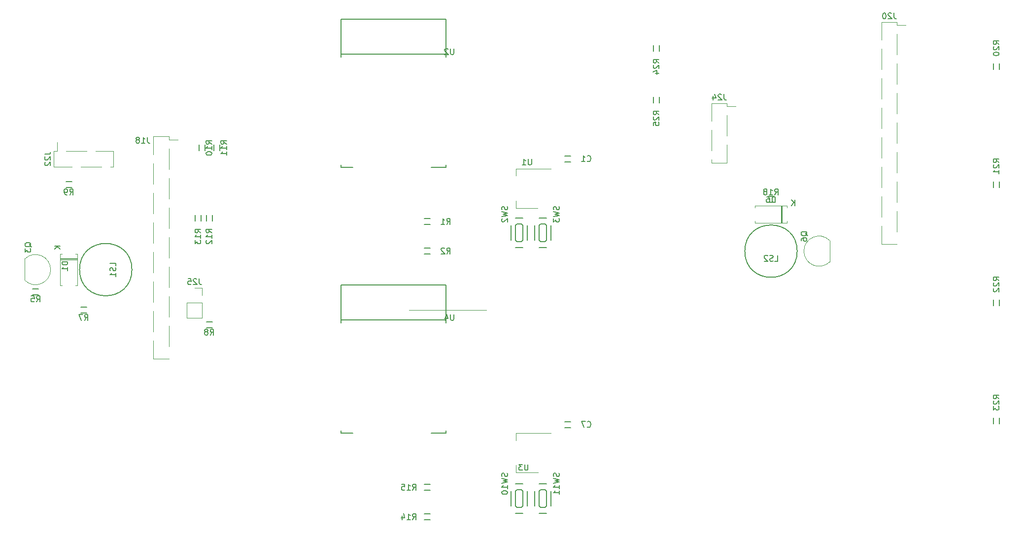
<source format=gbo>
G04 #@! TF.GenerationSoftware,KiCad,Pcbnew,(5.1.5)-3*
G04 #@! TF.CreationDate,2020-09-04T01:55:59+09:00*
G04 #@! TF.ProjectId,futureKeyboard,66757475-7265-44b6-9579-626f6172642e,rev?*
G04 #@! TF.SameCoordinates,Original*
G04 #@! TF.FileFunction,Legend,Bot*
G04 #@! TF.FilePolarity,Positive*
%FSLAX46Y46*%
G04 Gerber Fmt 4.6, Leading zero omitted, Abs format (unit mm)*
G04 Created by KiCad (PCBNEW (5.1.5)-3) date 2020-09-04 01:55:59*
%MOMM*%
%LPD*%
G04 APERTURE LIST*
%ADD10C,0.120000*%
%ADD11C,0.150000*%
G04 APERTURE END LIST*
D10*
X88900000Y-76835000D02*
X102235000Y-76835000D01*
D11*
X115697000Y-51308000D02*
X116713000Y-51308000D01*
X116713000Y-50292000D02*
X115697000Y-50292000D01*
X116713000Y-96012000D02*
X115697000Y-96012000D01*
X115697000Y-97028000D02*
X116713000Y-97028000D01*
D10*
X29010000Y-67910000D02*
X31950000Y-67910000D01*
X29010000Y-68150000D02*
X31950000Y-68150000D01*
X29010000Y-68030000D02*
X31950000Y-68030000D01*
X31950000Y-72570000D02*
X31620000Y-72570000D01*
X31950000Y-67130000D02*
X31950000Y-72570000D01*
X31620000Y-67130000D02*
X31950000Y-67130000D01*
X29010000Y-72570000D02*
X29340000Y-72570000D01*
X29010000Y-67130000D02*
X29010000Y-72570000D01*
X29340000Y-67130000D02*
X29010000Y-67130000D01*
X153850000Y-59185000D02*
X153850000Y-58855000D01*
X153850000Y-58855000D02*
X148410000Y-58855000D01*
X148410000Y-58855000D02*
X148410000Y-59185000D01*
X153850000Y-61465000D02*
X153850000Y-61795000D01*
X153850000Y-61795000D02*
X148410000Y-61795000D01*
X148410000Y-61795000D02*
X148410000Y-61465000D01*
X152950000Y-58855000D02*
X152950000Y-61795000D01*
X152830000Y-58855000D02*
X152830000Y-61795000D01*
X153070000Y-58855000D02*
X153070000Y-61795000D01*
D11*
X41330000Y-69850000D02*
G75*
G03X41330000Y-69850000I-4500000J0D01*
G01*
X155630000Y-66675000D02*
G75*
G03X155630000Y-66675000I-4500000J0D01*
G01*
D10*
X22926522Y-68011522D02*
G75*
G02X27365000Y-69850000I1838478J-1838478D01*
G01*
X22926522Y-71688478D02*
G75*
G03X27365000Y-69850000I1838478J1838478D01*
G01*
X22915000Y-71650000D02*
X22915000Y-68050000D01*
X161235000Y-64875000D02*
X161235000Y-68475000D01*
X161223478Y-64836522D02*
G75*
G03X156785000Y-66675000I-1838478J-1838478D01*
G01*
X161223478Y-68513478D02*
G75*
G02X156785000Y-66675000I-1838478J1838478D01*
G01*
D11*
X91567000Y-62103000D02*
X92583000Y-62103000D01*
X92583000Y-61087000D02*
X91567000Y-61087000D01*
X92583000Y-66167000D02*
X91567000Y-66167000D01*
X91567000Y-67183000D02*
X92583000Y-67183000D01*
X24257000Y-74168000D02*
X25273000Y-74168000D01*
X25273000Y-73152000D02*
X24257000Y-73152000D01*
X33528000Y-76327000D02*
X32512000Y-76327000D01*
X32512000Y-77343000D02*
X33528000Y-77343000D01*
X54102000Y-79883000D02*
X55118000Y-79883000D01*
X55118000Y-78867000D02*
X54102000Y-78867000D01*
X30988000Y-54737000D02*
X29972000Y-54737000D01*
X29972000Y-55753000D02*
X30988000Y-55753000D01*
X53848000Y-49403000D02*
X53848000Y-48387000D01*
X52832000Y-48387000D02*
X52832000Y-49403000D01*
X55372000Y-48387000D02*
X55372000Y-49403000D01*
X56388000Y-49403000D02*
X56388000Y-48387000D01*
X54102000Y-60452000D02*
X54102000Y-61468000D01*
X55118000Y-61468000D02*
X55118000Y-60452000D01*
X91567000Y-112903000D02*
X92583000Y-112903000D01*
X92583000Y-111887000D02*
X91567000Y-111887000D01*
X91567000Y-107823000D02*
X92583000Y-107823000D01*
X92583000Y-106807000D02*
X91567000Y-106807000D01*
X150622000Y-58293000D02*
X151638000Y-58293000D01*
X151638000Y-57277000D02*
X150622000Y-57277000D01*
X189357000Y-34417000D02*
X189357000Y-35433000D01*
X190373000Y-35433000D02*
X190373000Y-34417000D01*
X190373000Y-55753000D02*
X190373000Y-54737000D01*
X189357000Y-54737000D02*
X189357000Y-55753000D01*
X189357000Y-75057000D02*
X189357000Y-76073000D01*
X190373000Y-76073000D02*
X190373000Y-75057000D01*
X190373000Y-96393000D02*
X190373000Y-95377000D01*
X189357000Y-95377000D02*
X189357000Y-96393000D01*
X130937000Y-31242000D02*
X130937000Y-32258000D01*
X131953000Y-32258000D02*
X131953000Y-31242000D01*
X131953000Y-41148000D02*
X131953000Y-40132000D01*
X130937000Y-40132000D02*
X130937000Y-41148000D01*
X108458000Y-66040000D02*
X107188000Y-66040000D01*
X106426000Y-64770000D02*
X106426000Y-62230000D01*
X109220000Y-62230000D02*
X109220000Y-64770000D01*
X108458000Y-60960000D02*
X107188000Y-60960000D01*
X108204000Y-65024000D02*
X107442000Y-65024000D01*
X107442000Y-65024000D02*
X107188000Y-64770000D01*
X107188000Y-64770000D02*
X107188000Y-62230000D01*
X107188000Y-62230000D02*
X107442000Y-61976000D01*
X107442000Y-61976000D02*
X108204000Y-61976000D01*
X108204000Y-61976000D02*
X108458000Y-62230000D01*
X108458000Y-62230000D02*
X108458000Y-64770000D01*
X108458000Y-64770000D02*
X108204000Y-65024000D01*
X111252000Y-60960000D02*
X112522000Y-60960000D01*
X113284000Y-62230000D02*
X113284000Y-64770000D01*
X110490000Y-64770000D02*
X110490000Y-62230000D01*
X111252000Y-66040000D02*
X112522000Y-66040000D01*
X111506000Y-61976000D02*
X112268000Y-61976000D01*
X112268000Y-61976000D02*
X112522000Y-62230000D01*
X112522000Y-62230000D02*
X112522000Y-64770000D01*
X112522000Y-64770000D02*
X112268000Y-65024000D01*
X112268000Y-65024000D02*
X111506000Y-65024000D01*
X111506000Y-65024000D02*
X111252000Y-64770000D01*
X111252000Y-64770000D02*
X111252000Y-62230000D01*
X111252000Y-62230000D02*
X111506000Y-61976000D01*
X108458000Y-110490000D02*
X108204000Y-110744000D01*
X108458000Y-107950000D02*
X108458000Y-110490000D01*
X108204000Y-107696000D02*
X108458000Y-107950000D01*
X107442000Y-107696000D02*
X108204000Y-107696000D01*
X107188000Y-107950000D02*
X107442000Y-107696000D01*
X107188000Y-110490000D02*
X107188000Y-107950000D01*
X107442000Y-110744000D02*
X107188000Y-110490000D01*
X108204000Y-110744000D02*
X107442000Y-110744000D01*
X108458000Y-106680000D02*
X107188000Y-106680000D01*
X109220000Y-107950000D02*
X109220000Y-110490000D01*
X106426000Y-110490000D02*
X106426000Y-107950000D01*
X108458000Y-111760000D02*
X107188000Y-111760000D01*
X111252000Y-106680000D02*
X112522000Y-106680000D01*
X113284000Y-107950000D02*
X113284000Y-110490000D01*
X110490000Y-110490000D02*
X110490000Y-107950000D01*
X111252000Y-111760000D02*
X112522000Y-111760000D01*
X111506000Y-107696000D02*
X112268000Y-107696000D01*
X112268000Y-107696000D02*
X112522000Y-107950000D01*
X112522000Y-107950000D02*
X112522000Y-110490000D01*
X112522000Y-110490000D02*
X112268000Y-110744000D01*
X112268000Y-110744000D02*
X111506000Y-110744000D01*
X111506000Y-110744000D02*
X111252000Y-110490000D01*
X111252000Y-110490000D02*
X111252000Y-107950000D01*
X111252000Y-107950000D02*
X111506000Y-107696000D01*
X95250000Y-32790000D02*
X95250000Y-26790000D01*
X95250000Y-26790000D02*
X77250000Y-26790000D01*
X77250000Y-26790000D02*
X77250000Y-32790000D01*
X77250000Y-33290000D02*
X77250000Y-32790000D01*
X77250000Y-32790000D02*
X95250000Y-32790000D01*
X95250000Y-32790000D02*
X95250000Y-33290000D01*
X79250000Y-52290000D02*
X77250000Y-52290000D01*
X77250000Y-52290000D02*
X77250000Y-51790000D01*
X92750000Y-52290000D02*
X95250000Y-52290000D01*
X95250000Y-52290000D02*
X95250000Y-51790000D01*
D10*
X107335000Y-104770000D02*
X107335000Y-103510000D01*
X107335000Y-97950000D02*
X107335000Y-99210000D01*
X111095000Y-104770000D02*
X107335000Y-104770000D01*
X113345000Y-97950000D02*
X107335000Y-97950000D01*
D11*
X95250000Y-98010000D02*
X95250000Y-97510000D01*
X92750000Y-98010000D02*
X95250000Y-98010000D01*
X77250000Y-98010000D02*
X77250000Y-97510000D01*
X79250000Y-98010000D02*
X77250000Y-98010000D01*
X95250000Y-78510000D02*
X95250000Y-79010000D01*
X77250000Y-78510000D02*
X95250000Y-78510000D01*
X77250000Y-79010000D02*
X77250000Y-78510000D01*
X77250000Y-72510000D02*
X77250000Y-78510000D01*
X95250000Y-72510000D02*
X77250000Y-72510000D01*
X95250000Y-78510000D02*
X95250000Y-72510000D01*
X52197000Y-60452000D02*
X52197000Y-61468000D01*
X53213000Y-61468000D02*
X53213000Y-60452000D01*
D10*
X172780000Y-59815000D02*
X172780000Y-63375000D01*
X172780000Y-54735000D02*
X172780000Y-58295000D01*
X172780000Y-49655000D02*
X172780000Y-53215000D01*
X172780000Y-44575000D02*
X172780000Y-48135000D01*
X172780000Y-39495000D02*
X172780000Y-43055000D01*
X172780000Y-34415000D02*
X172780000Y-37975000D01*
X172780000Y-29335000D02*
X172780000Y-32895000D01*
X170120000Y-62355000D02*
X170120000Y-65465000D01*
X170120000Y-57275000D02*
X170120000Y-60835000D01*
X170120000Y-52195000D02*
X170120000Y-55755000D01*
X170120000Y-47115000D02*
X170120000Y-50675000D01*
X170120000Y-42035000D02*
X170120000Y-45595000D01*
X170120000Y-36955000D02*
X170120000Y-40515000D01*
X170120000Y-31875000D02*
X170120000Y-35435000D01*
X170120000Y-64895000D02*
X170120000Y-65465000D01*
X172780000Y-27245000D02*
X172780000Y-27815000D01*
X172780000Y-27815000D02*
X174300000Y-27815000D01*
X170120000Y-27245000D02*
X170120000Y-30355000D01*
X172780000Y-65465000D02*
X170120000Y-65465000D01*
X172780000Y-27245000D02*
X170120000Y-27245000D01*
X35050000Y-49470000D02*
X38160000Y-49470000D01*
X29970000Y-49470000D02*
X33530000Y-49470000D01*
X32510000Y-52130000D02*
X36070000Y-52130000D01*
X37590000Y-52130000D02*
X38160000Y-52130000D01*
X27880000Y-49470000D02*
X28450000Y-49470000D01*
X28450000Y-49470000D02*
X28450000Y-47950000D01*
X27880000Y-52130000D02*
X30990000Y-52130000D01*
X38160000Y-49470000D02*
X38160000Y-52130000D01*
X27880000Y-49470000D02*
X27880000Y-52130000D01*
X143570000Y-48385000D02*
X143570000Y-51495000D01*
X143570000Y-43305000D02*
X143570000Y-46865000D01*
X140910000Y-45845000D02*
X140910000Y-49405000D01*
X140910000Y-50925000D02*
X140910000Y-51495000D01*
X143570000Y-41215000D02*
X143570000Y-41785000D01*
X143570000Y-41785000D02*
X145090000Y-41785000D01*
X140910000Y-41215000D02*
X140910000Y-44325000D01*
X143570000Y-51495000D02*
X140910000Y-51495000D01*
X143570000Y-41215000D02*
X140910000Y-41215000D01*
X47685000Y-46930000D02*
X45025000Y-46930000D01*
X47685000Y-85150000D02*
X45025000Y-85150000D01*
X45025000Y-46930000D02*
X45025000Y-50040000D01*
X47685000Y-47500000D02*
X49205000Y-47500000D01*
X47685000Y-46930000D02*
X47685000Y-47500000D01*
X45025000Y-84580000D02*
X45025000Y-85150000D01*
X45025000Y-51560000D02*
X45025000Y-55120000D01*
X45025000Y-56640000D02*
X45025000Y-60200000D01*
X45025000Y-61720000D02*
X45025000Y-65280000D01*
X45025000Y-66800000D02*
X45025000Y-70360000D01*
X45025000Y-71880000D02*
X45025000Y-75440000D01*
X45025000Y-76960000D02*
X45025000Y-80520000D01*
X45025000Y-82040000D02*
X45025000Y-85150000D01*
X47685000Y-49020000D02*
X47685000Y-52580000D01*
X47685000Y-54100000D02*
X47685000Y-57660000D01*
X47685000Y-59180000D02*
X47685000Y-62740000D01*
X47685000Y-64260000D02*
X47685000Y-67820000D01*
X47685000Y-69340000D02*
X47685000Y-72900000D01*
X47685000Y-74420000D02*
X47685000Y-77980000D01*
X47685000Y-79500000D02*
X47685000Y-83060000D01*
X53400000Y-72965000D02*
X52070000Y-72965000D01*
X53400000Y-74295000D02*
X53400000Y-72965000D01*
X53400000Y-75565000D02*
X50740000Y-75565000D01*
X50740000Y-75565000D02*
X50740000Y-78165000D01*
X53400000Y-75565000D02*
X53400000Y-78165000D01*
X53400000Y-78165000D02*
X50740000Y-78165000D01*
X107310000Y-59290000D02*
X107310000Y-58030000D01*
X107310000Y-52470000D02*
X107310000Y-53730000D01*
X111070000Y-59290000D02*
X107310000Y-59290000D01*
X113320000Y-52470000D02*
X107310000Y-52470000D01*
D11*
X119546666Y-51157142D02*
X119594285Y-51204761D01*
X119737142Y-51252380D01*
X119832380Y-51252380D01*
X119975238Y-51204761D01*
X120070476Y-51109523D01*
X120118095Y-51014285D01*
X120165714Y-50823809D01*
X120165714Y-50680952D01*
X120118095Y-50490476D01*
X120070476Y-50395238D01*
X119975238Y-50300000D01*
X119832380Y-50252380D01*
X119737142Y-50252380D01*
X119594285Y-50300000D01*
X119546666Y-50347619D01*
X118594285Y-51252380D02*
X119165714Y-51252380D01*
X118880000Y-51252380D02*
X118880000Y-50252380D01*
X118975238Y-50395238D01*
X119070476Y-50490476D01*
X119165714Y-50538095D01*
X119546666Y-96877142D02*
X119594285Y-96924761D01*
X119737142Y-96972380D01*
X119832380Y-96972380D01*
X119975238Y-96924761D01*
X120070476Y-96829523D01*
X120118095Y-96734285D01*
X120165714Y-96543809D01*
X120165714Y-96400952D01*
X120118095Y-96210476D01*
X120070476Y-96115238D01*
X119975238Y-96020000D01*
X119832380Y-95972380D01*
X119737142Y-95972380D01*
X119594285Y-96020000D01*
X119546666Y-96067619D01*
X119213333Y-95972380D02*
X118546666Y-95972380D01*
X118975238Y-96972380D01*
X30297380Y-68476904D02*
X29297380Y-68476904D01*
X29297380Y-68715000D01*
X29345000Y-68857857D01*
X29440238Y-68953095D01*
X29535476Y-69000714D01*
X29725952Y-69048333D01*
X29868809Y-69048333D01*
X30059285Y-69000714D01*
X30154523Y-68953095D01*
X30249761Y-68857857D01*
X30297380Y-68715000D01*
X30297380Y-68476904D01*
X30297380Y-70000714D02*
X30297380Y-69429285D01*
X30297380Y-69715000D02*
X29297380Y-69715000D01*
X29440238Y-69619761D01*
X29535476Y-69524523D01*
X29583095Y-69429285D01*
X29032380Y-65778095D02*
X28032380Y-65778095D01*
X29032380Y-66349523D02*
X28460952Y-65920952D01*
X28032380Y-66349523D02*
X28603809Y-65778095D01*
X151868095Y-58307380D02*
X151868095Y-57307380D01*
X151630000Y-57307380D01*
X151487142Y-57355000D01*
X151391904Y-57450238D01*
X151344285Y-57545476D01*
X151296666Y-57735952D01*
X151296666Y-57878809D01*
X151344285Y-58069285D01*
X151391904Y-58164523D01*
X151487142Y-58259761D01*
X151630000Y-58307380D01*
X151868095Y-58307380D01*
X150439523Y-57307380D02*
X150630000Y-57307380D01*
X150725238Y-57355000D01*
X150772857Y-57402619D01*
X150868095Y-57545476D01*
X150915714Y-57735952D01*
X150915714Y-58116904D01*
X150868095Y-58212142D01*
X150820476Y-58259761D01*
X150725238Y-58307380D01*
X150534761Y-58307380D01*
X150439523Y-58259761D01*
X150391904Y-58212142D01*
X150344285Y-58116904D01*
X150344285Y-57878809D01*
X150391904Y-57783571D01*
X150439523Y-57735952D01*
X150534761Y-57688333D01*
X150725238Y-57688333D01*
X150820476Y-57735952D01*
X150868095Y-57783571D01*
X150915714Y-57878809D01*
X155201904Y-58877380D02*
X155201904Y-57877380D01*
X154630476Y-58877380D02*
X155059047Y-58305952D01*
X154630476Y-57877380D02*
X155201904Y-58448809D01*
X38552380Y-69207142D02*
X38552380Y-68730952D01*
X37552380Y-68730952D01*
X38504761Y-69492857D02*
X38552380Y-69635714D01*
X38552380Y-69873809D01*
X38504761Y-69969047D01*
X38457142Y-70016666D01*
X38361904Y-70064285D01*
X38266666Y-70064285D01*
X38171428Y-70016666D01*
X38123809Y-69969047D01*
X38076190Y-69873809D01*
X38028571Y-69683333D01*
X37980952Y-69588095D01*
X37933333Y-69540476D01*
X37838095Y-69492857D01*
X37742857Y-69492857D01*
X37647619Y-69540476D01*
X37600000Y-69588095D01*
X37552380Y-69683333D01*
X37552380Y-69921428D01*
X37600000Y-70064285D01*
X38552380Y-71016666D02*
X38552380Y-70445238D01*
X38552380Y-70730952D02*
X37552380Y-70730952D01*
X37695238Y-70635714D01*
X37790476Y-70540476D01*
X37838095Y-70445238D01*
X151772857Y-68397380D02*
X152249047Y-68397380D01*
X152249047Y-67397380D01*
X151487142Y-68349761D02*
X151344285Y-68397380D01*
X151106190Y-68397380D01*
X151010952Y-68349761D01*
X150963333Y-68302142D01*
X150915714Y-68206904D01*
X150915714Y-68111666D01*
X150963333Y-68016428D01*
X151010952Y-67968809D01*
X151106190Y-67921190D01*
X151296666Y-67873571D01*
X151391904Y-67825952D01*
X151439523Y-67778333D01*
X151487142Y-67683095D01*
X151487142Y-67587857D01*
X151439523Y-67492619D01*
X151391904Y-67445000D01*
X151296666Y-67397380D01*
X151058571Y-67397380D01*
X150915714Y-67445000D01*
X150534761Y-67492619D02*
X150487142Y-67445000D01*
X150391904Y-67397380D01*
X150153809Y-67397380D01*
X150058571Y-67445000D01*
X150010952Y-67492619D01*
X149963333Y-67587857D01*
X149963333Y-67683095D01*
X150010952Y-67825952D01*
X150582380Y-68397380D01*
X149963333Y-68397380D01*
X24042619Y-65944761D02*
X23995000Y-65849523D01*
X23899761Y-65754285D01*
X23756904Y-65611428D01*
X23709285Y-65516190D01*
X23709285Y-65420952D01*
X23947380Y-65468571D02*
X23899761Y-65373333D01*
X23804523Y-65278095D01*
X23614047Y-65230476D01*
X23280714Y-65230476D01*
X23090238Y-65278095D01*
X22995000Y-65373333D01*
X22947380Y-65468571D01*
X22947380Y-65659047D01*
X22995000Y-65754285D01*
X23090238Y-65849523D01*
X23280714Y-65897142D01*
X23614047Y-65897142D01*
X23804523Y-65849523D01*
X23899761Y-65754285D01*
X23947380Y-65659047D01*
X23947380Y-65468571D01*
X22947380Y-66230476D02*
X22947380Y-66849523D01*
X23328333Y-66516190D01*
X23328333Y-66659047D01*
X23375952Y-66754285D01*
X23423571Y-66801904D01*
X23518809Y-66849523D01*
X23756904Y-66849523D01*
X23852142Y-66801904D01*
X23899761Y-66754285D01*
X23947380Y-66659047D01*
X23947380Y-66373333D01*
X23899761Y-66278095D01*
X23852142Y-66230476D01*
X157392619Y-64039761D02*
X157345000Y-63944523D01*
X157249761Y-63849285D01*
X157106904Y-63706428D01*
X157059285Y-63611190D01*
X157059285Y-63515952D01*
X157297380Y-63563571D02*
X157249761Y-63468333D01*
X157154523Y-63373095D01*
X156964047Y-63325476D01*
X156630714Y-63325476D01*
X156440238Y-63373095D01*
X156345000Y-63468333D01*
X156297380Y-63563571D01*
X156297380Y-63754047D01*
X156345000Y-63849285D01*
X156440238Y-63944523D01*
X156630714Y-63992142D01*
X156964047Y-63992142D01*
X157154523Y-63944523D01*
X157249761Y-63849285D01*
X157297380Y-63754047D01*
X157297380Y-63563571D01*
X156297380Y-64849285D02*
X156297380Y-64658809D01*
X156345000Y-64563571D01*
X156392619Y-64515952D01*
X156535476Y-64420714D01*
X156725952Y-64373095D01*
X157106904Y-64373095D01*
X157202142Y-64420714D01*
X157249761Y-64468333D01*
X157297380Y-64563571D01*
X157297380Y-64754047D01*
X157249761Y-64849285D01*
X157202142Y-64896904D01*
X157106904Y-64944523D01*
X156868809Y-64944523D01*
X156773571Y-64896904D01*
X156725952Y-64849285D01*
X156678333Y-64754047D01*
X156678333Y-64563571D01*
X156725952Y-64468333D01*
X156773571Y-64420714D01*
X156868809Y-64373095D01*
X95416666Y-62047380D02*
X95750000Y-61571190D01*
X95988095Y-62047380D02*
X95988095Y-61047380D01*
X95607142Y-61047380D01*
X95511904Y-61095000D01*
X95464285Y-61142619D01*
X95416666Y-61237857D01*
X95416666Y-61380714D01*
X95464285Y-61475952D01*
X95511904Y-61523571D01*
X95607142Y-61571190D01*
X95988095Y-61571190D01*
X94464285Y-62047380D02*
X95035714Y-62047380D01*
X94750000Y-62047380D02*
X94750000Y-61047380D01*
X94845238Y-61190238D01*
X94940476Y-61285476D01*
X95035714Y-61333095D01*
X95416666Y-67127380D02*
X95750000Y-66651190D01*
X95988095Y-67127380D02*
X95988095Y-66127380D01*
X95607142Y-66127380D01*
X95511904Y-66175000D01*
X95464285Y-66222619D01*
X95416666Y-66317857D01*
X95416666Y-66460714D01*
X95464285Y-66555952D01*
X95511904Y-66603571D01*
X95607142Y-66651190D01*
X95988095Y-66651190D01*
X95035714Y-66222619D02*
X94988095Y-66175000D01*
X94892857Y-66127380D01*
X94654761Y-66127380D01*
X94559523Y-66175000D01*
X94511904Y-66222619D01*
X94464285Y-66317857D01*
X94464285Y-66413095D01*
X94511904Y-66555952D01*
X95083333Y-67127380D01*
X94464285Y-67127380D01*
X24931666Y-75382380D02*
X25265000Y-74906190D01*
X25503095Y-75382380D02*
X25503095Y-74382380D01*
X25122142Y-74382380D01*
X25026904Y-74430000D01*
X24979285Y-74477619D01*
X24931666Y-74572857D01*
X24931666Y-74715714D01*
X24979285Y-74810952D01*
X25026904Y-74858571D01*
X25122142Y-74906190D01*
X25503095Y-74906190D01*
X24026904Y-74382380D02*
X24503095Y-74382380D01*
X24550714Y-74858571D01*
X24503095Y-74810952D01*
X24407857Y-74763333D01*
X24169761Y-74763333D01*
X24074523Y-74810952D01*
X24026904Y-74858571D01*
X23979285Y-74953809D01*
X23979285Y-75191904D01*
X24026904Y-75287142D01*
X24074523Y-75334761D01*
X24169761Y-75382380D01*
X24407857Y-75382380D01*
X24503095Y-75334761D01*
X24550714Y-75287142D01*
X33186666Y-78557380D02*
X33520000Y-78081190D01*
X33758095Y-78557380D02*
X33758095Y-77557380D01*
X33377142Y-77557380D01*
X33281904Y-77605000D01*
X33234285Y-77652619D01*
X33186666Y-77747857D01*
X33186666Y-77890714D01*
X33234285Y-77985952D01*
X33281904Y-78033571D01*
X33377142Y-78081190D01*
X33758095Y-78081190D01*
X32853333Y-77557380D02*
X32186666Y-77557380D01*
X32615238Y-78557380D01*
X54776666Y-81097380D02*
X55110000Y-80621190D01*
X55348095Y-81097380D02*
X55348095Y-80097380D01*
X54967142Y-80097380D01*
X54871904Y-80145000D01*
X54824285Y-80192619D01*
X54776666Y-80287857D01*
X54776666Y-80430714D01*
X54824285Y-80525952D01*
X54871904Y-80573571D01*
X54967142Y-80621190D01*
X55348095Y-80621190D01*
X54205238Y-80525952D02*
X54300476Y-80478333D01*
X54348095Y-80430714D01*
X54395714Y-80335476D01*
X54395714Y-80287857D01*
X54348095Y-80192619D01*
X54300476Y-80145000D01*
X54205238Y-80097380D01*
X54014761Y-80097380D01*
X53919523Y-80145000D01*
X53871904Y-80192619D01*
X53824285Y-80287857D01*
X53824285Y-80335476D01*
X53871904Y-80430714D01*
X53919523Y-80478333D01*
X54014761Y-80525952D01*
X54205238Y-80525952D01*
X54300476Y-80573571D01*
X54348095Y-80621190D01*
X54395714Y-80716428D01*
X54395714Y-80906904D01*
X54348095Y-81002142D01*
X54300476Y-81049761D01*
X54205238Y-81097380D01*
X54014761Y-81097380D01*
X53919523Y-81049761D01*
X53871904Y-81002142D01*
X53824285Y-80906904D01*
X53824285Y-80716428D01*
X53871904Y-80621190D01*
X53919523Y-80573571D01*
X54014761Y-80525952D01*
X30646666Y-56967380D02*
X30980000Y-56491190D01*
X31218095Y-56967380D02*
X31218095Y-55967380D01*
X30837142Y-55967380D01*
X30741904Y-56015000D01*
X30694285Y-56062619D01*
X30646666Y-56157857D01*
X30646666Y-56300714D01*
X30694285Y-56395952D01*
X30741904Y-56443571D01*
X30837142Y-56491190D01*
X31218095Y-56491190D01*
X30170476Y-56967380D02*
X29980000Y-56967380D01*
X29884761Y-56919761D01*
X29837142Y-56872142D01*
X29741904Y-56729285D01*
X29694285Y-56538809D01*
X29694285Y-56157857D01*
X29741904Y-56062619D01*
X29789523Y-56015000D01*
X29884761Y-55967380D01*
X30075238Y-55967380D01*
X30170476Y-56015000D01*
X30218095Y-56062619D01*
X30265714Y-56157857D01*
X30265714Y-56395952D01*
X30218095Y-56491190D01*
X30170476Y-56538809D01*
X30075238Y-56586428D01*
X29884761Y-56586428D01*
X29789523Y-56538809D01*
X29741904Y-56491190D01*
X29694285Y-56395952D01*
X55062380Y-48252142D02*
X54586190Y-47918809D01*
X55062380Y-47680714D02*
X54062380Y-47680714D01*
X54062380Y-48061666D01*
X54110000Y-48156904D01*
X54157619Y-48204523D01*
X54252857Y-48252142D01*
X54395714Y-48252142D01*
X54490952Y-48204523D01*
X54538571Y-48156904D01*
X54586190Y-48061666D01*
X54586190Y-47680714D01*
X55062380Y-49204523D02*
X55062380Y-48633095D01*
X55062380Y-48918809D02*
X54062380Y-48918809D01*
X54205238Y-48823571D01*
X54300476Y-48728333D01*
X54348095Y-48633095D01*
X54062380Y-49823571D02*
X54062380Y-49918809D01*
X54110000Y-50014047D01*
X54157619Y-50061666D01*
X54252857Y-50109285D01*
X54443333Y-50156904D01*
X54681428Y-50156904D01*
X54871904Y-50109285D01*
X54967142Y-50061666D01*
X55014761Y-50014047D01*
X55062380Y-49918809D01*
X55062380Y-49823571D01*
X55014761Y-49728333D01*
X54967142Y-49680714D01*
X54871904Y-49633095D01*
X54681428Y-49585476D01*
X54443333Y-49585476D01*
X54252857Y-49633095D01*
X54157619Y-49680714D01*
X54110000Y-49728333D01*
X54062380Y-49823571D01*
X57602380Y-48252142D02*
X57126190Y-47918809D01*
X57602380Y-47680714D02*
X56602380Y-47680714D01*
X56602380Y-48061666D01*
X56650000Y-48156904D01*
X56697619Y-48204523D01*
X56792857Y-48252142D01*
X56935714Y-48252142D01*
X57030952Y-48204523D01*
X57078571Y-48156904D01*
X57126190Y-48061666D01*
X57126190Y-47680714D01*
X57602380Y-49204523D02*
X57602380Y-48633095D01*
X57602380Y-48918809D02*
X56602380Y-48918809D01*
X56745238Y-48823571D01*
X56840476Y-48728333D01*
X56888095Y-48633095D01*
X57602380Y-50156904D02*
X57602380Y-49585476D01*
X57602380Y-49871190D02*
X56602380Y-49871190D01*
X56745238Y-49775952D01*
X56840476Y-49680714D01*
X56888095Y-49585476D01*
X55062380Y-63492142D02*
X54586190Y-63158809D01*
X55062380Y-62920714D02*
X54062380Y-62920714D01*
X54062380Y-63301666D01*
X54110000Y-63396904D01*
X54157619Y-63444523D01*
X54252857Y-63492142D01*
X54395714Y-63492142D01*
X54490952Y-63444523D01*
X54538571Y-63396904D01*
X54586190Y-63301666D01*
X54586190Y-62920714D01*
X55062380Y-64444523D02*
X55062380Y-63873095D01*
X55062380Y-64158809D02*
X54062380Y-64158809D01*
X54205238Y-64063571D01*
X54300476Y-63968333D01*
X54348095Y-63873095D01*
X54157619Y-64825476D02*
X54110000Y-64873095D01*
X54062380Y-64968333D01*
X54062380Y-65206428D01*
X54110000Y-65301666D01*
X54157619Y-65349285D01*
X54252857Y-65396904D01*
X54348095Y-65396904D01*
X54490952Y-65349285D01*
X55062380Y-64777857D01*
X55062380Y-65396904D01*
X89542857Y-112847380D02*
X89876190Y-112371190D01*
X90114285Y-112847380D02*
X90114285Y-111847380D01*
X89733333Y-111847380D01*
X89638095Y-111895000D01*
X89590476Y-111942619D01*
X89542857Y-112037857D01*
X89542857Y-112180714D01*
X89590476Y-112275952D01*
X89638095Y-112323571D01*
X89733333Y-112371190D01*
X90114285Y-112371190D01*
X88590476Y-112847380D02*
X89161904Y-112847380D01*
X88876190Y-112847380D02*
X88876190Y-111847380D01*
X88971428Y-111990238D01*
X89066666Y-112085476D01*
X89161904Y-112133095D01*
X87733333Y-112180714D02*
X87733333Y-112847380D01*
X87971428Y-111799761D02*
X88209523Y-112514047D01*
X87590476Y-112514047D01*
X89542857Y-107767380D02*
X89876190Y-107291190D01*
X90114285Y-107767380D02*
X90114285Y-106767380D01*
X89733333Y-106767380D01*
X89638095Y-106815000D01*
X89590476Y-106862619D01*
X89542857Y-106957857D01*
X89542857Y-107100714D01*
X89590476Y-107195952D01*
X89638095Y-107243571D01*
X89733333Y-107291190D01*
X90114285Y-107291190D01*
X88590476Y-107767380D02*
X89161904Y-107767380D01*
X88876190Y-107767380D02*
X88876190Y-106767380D01*
X88971428Y-106910238D01*
X89066666Y-107005476D01*
X89161904Y-107053095D01*
X87685714Y-106767380D02*
X88161904Y-106767380D01*
X88209523Y-107243571D01*
X88161904Y-107195952D01*
X88066666Y-107148333D01*
X87828571Y-107148333D01*
X87733333Y-107195952D01*
X87685714Y-107243571D01*
X87638095Y-107338809D01*
X87638095Y-107576904D01*
X87685714Y-107672142D01*
X87733333Y-107719761D01*
X87828571Y-107767380D01*
X88066666Y-107767380D01*
X88161904Y-107719761D01*
X88209523Y-107672142D01*
X151772857Y-56967380D02*
X152106190Y-56491190D01*
X152344285Y-56967380D02*
X152344285Y-55967380D01*
X151963333Y-55967380D01*
X151868095Y-56015000D01*
X151820476Y-56062619D01*
X151772857Y-56157857D01*
X151772857Y-56300714D01*
X151820476Y-56395952D01*
X151868095Y-56443571D01*
X151963333Y-56491190D01*
X152344285Y-56491190D01*
X150820476Y-56967380D02*
X151391904Y-56967380D01*
X151106190Y-56967380D02*
X151106190Y-55967380D01*
X151201428Y-56110238D01*
X151296666Y-56205476D01*
X151391904Y-56253095D01*
X150249047Y-56395952D02*
X150344285Y-56348333D01*
X150391904Y-56300714D01*
X150439523Y-56205476D01*
X150439523Y-56157857D01*
X150391904Y-56062619D01*
X150344285Y-56015000D01*
X150249047Y-55967380D01*
X150058571Y-55967380D01*
X149963333Y-56015000D01*
X149915714Y-56062619D01*
X149868095Y-56157857D01*
X149868095Y-56205476D01*
X149915714Y-56300714D01*
X149963333Y-56348333D01*
X150058571Y-56395952D01*
X150249047Y-56395952D01*
X150344285Y-56443571D01*
X150391904Y-56491190D01*
X150439523Y-56586428D01*
X150439523Y-56776904D01*
X150391904Y-56872142D01*
X150344285Y-56919761D01*
X150249047Y-56967380D01*
X150058571Y-56967380D01*
X149963333Y-56919761D01*
X149915714Y-56872142D01*
X149868095Y-56776904D01*
X149868095Y-56586428D01*
X149915714Y-56491190D01*
X149963333Y-56443571D01*
X150058571Y-56395952D01*
X190317380Y-31107142D02*
X189841190Y-30773809D01*
X190317380Y-30535714D02*
X189317380Y-30535714D01*
X189317380Y-30916666D01*
X189365000Y-31011904D01*
X189412619Y-31059523D01*
X189507857Y-31107142D01*
X189650714Y-31107142D01*
X189745952Y-31059523D01*
X189793571Y-31011904D01*
X189841190Y-30916666D01*
X189841190Y-30535714D01*
X189412619Y-31488095D02*
X189365000Y-31535714D01*
X189317380Y-31630952D01*
X189317380Y-31869047D01*
X189365000Y-31964285D01*
X189412619Y-32011904D01*
X189507857Y-32059523D01*
X189603095Y-32059523D01*
X189745952Y-32011904D01*
X190317380Y-31440476D01*
X190317380Y-32059523D01*
X189317380Y-32678571D02*
X189317380Y-32773809D01*
X189365000Y-32869047D01*
X189412619Y-32916666D01*
X189507857Y-32964285D01*
X189698333Y-33011904D01*
X189936428Y-33011904D01*
X190126904Y-32964285D01*
X190222142Y-32916666D01*
X190269761Y-32869047D01*
X190317380Y-32773809D01*
X190317380Y-32678571D01*
X190269761Y-32583333D01*
X190222142Y-32535714D01*
X190126904Y-32488095D01*
X189936428Y-32440476D01*
X189698333Y-32440476D01*
X189507857Y-32488095D01*
X189412619Y-32535714D01*
X189365000Y-32583333D01*
X189317380Y-32678571D01*
X190317380Y-51427142D02*
X189841190Y-51093809D01*
X190317380Y-50855714D02*
X189317380Y-50855714D01*
X189317380Y-51236666D01*
X189365000Y-51331904D01*
X189412619Y-51379523D01*
X189507857Y-51427142D01*
X189650714Y-51427142D01*
X189745952Y-51379523D01*
X189793571Y-51331904D01*
X189841190Y-51236666D01*
X189841190Y-50855714D01*
X189412619Y-51808095D02*
X189365000Y-51855714D01*
X189317380Y-51950952D01*
X189317380Y-52189047D01*
X189365000Y-52284285D01*
X189412619Y-52331904D01*
X189507857Y-52379523D01*
X189603095Y-52379523D01*
X189745952Y-52331904D01*
X190317380Y-51760476D01*
X190317380Y-52379523D01*
X190317380Y-53331904D02*
X190317380Y-52760476D01*
X190317380Y-53046190D02*
X189317380Y-53046190D01*
X189460238Y-52950952D01*
X189555476Y-52855714D01*
X189603095Y-52760476D01*
X190317380Y-71747142D02*
X189841190Y-71413809D01*
X190317380Y-71175714D02*
X189317380Y-71175714D01*
X189317380Y-71556666D01*
X189365000Y-71651904D01*
X189412619Y-71699523D01*
X189507857Y-71747142D01*
X189650714Y-71747142D01*
X189745952Y-71699523D01*
X189793571Y-71651904D01*
X189841190Y-71556666D01*
X189841190Y-71175714D01*
X189412619Y-72128095D02*
X189365000Y-72175714D01*
X189317380Y-72270952D01*
X189317380Y-72509047D01*
X189365000Y-72604285D01*
X189412619Y-72651904D01*
X189507857Y-72699523D01*
X189603095Y-72699523D01*
X189745952Y-72651904D01*
X190317380Y-72080476D01*
X190317380Y-72699523D01*
X189412619Y-73080476D02*
X189365000Y-73128095D01*
X189317380Y-73223333D01*
X189317380Y-73461428D01*
X189365000Y-73556666D01*
X189412619Y-73604285D01*
X189507857Y-73651904D01*
X189603095Y-73651904D01*
X189745952Y-73604285D01*
X190317380Y-73032857D01*
X190317380Y-73651904D01*
X190317380Y-92067142D02*
X189841190Y-91733809D01*
X190317380Y-91495714D02*
X189317380Y-91495714D01*
X189317380Y-91876666D01*
X189365000Y-91971904D01*
X189412619Y-92019523D01*
X189507857Y-92067142D01*
X189650714Y-92067142D01*
X189745952Y-92019523D01*
X189793571Y-91971904D01*
X189841190Y-91876666D01*
X189841190Y-91495714D01*
X189412619Y-92448095D02*
X189365000Y-92495714D01*
X189317380Y-92590952D01*
X189317380Y-92829047D01*
X189365000Y-92924285D01*
X189412619Y-92971904D01*
X189507857Y-93019523D01*
X189603095Y-93019523D01*
X189745952Y-92971904D01*
X190317380Y-92400476D01*
X190317380Y-93019523D01*
X189317380Y-93352857D02*
X189317380Y-93971904D01*
X189698333Y-93638571D01*
X189698333Y-93781428D01*
X189745952Y-93876666D01*
X189793571Y-93924285D01*
X189888809Y-93971904D01*
X190126904Y-93971904D01*
X190222142Y-93924285D01*
X190269761Y-93876666D01*
X190317380Y-93781428D01*
X190317380Y-93495714D01*
X190269761Y-93400476D01*
X190222142Y-93352857D01*
X131897380Y-34282142D02*
X131421190Y-33948809D01*
X131897380Y-33710714D02*
X130897380Y-33710714D01*
X130897380Y-34091666D01*
X130945000Y-34186904D01*
X130992619Y-34234523D01*
X131087857Y-34282142D01*
X131230714Y-34282142D01*
X131325952Y-34234523D01*
X131373571Y-34186904D01*
X131421190Y-34091666D01*
X131421190Y-33710714D01*
X130992619Y-34663095D02*
X130945000Y-34710714D01*
X130897380Y-34805952D01*
X130897380Y-35044047D01*
X130945000Y-35139285D01*
X130992619Y-35186904D01*
X131087857Y-35234523D01*
X131183095Y-35234523D01*
X131325952Y-35186904D01*
X131897380Y-34615476D01*
X131897380Y-35234523D01*
X131230714Y-36091666D02*
X131897380Y-36091666D01*
X130849761Y-35853571D02*
X131564047Y-35615476D01*
X131564047Y-36234523D01*
X131897380Y-43172142D02*
X131421190Y-42838809D01*
X131897380Y-42600714D02*
X130897380Y-42600714D01*
X130897380Y-42981666D01*
X130945000Y-43076904D01*
X130992619Y-43124523D01*
X131087857Y-43172142D01*
X131230714Y-43172142D01*
X131325952Y-43124523D01*
X131373571Y-43076904D01*
X131421190Y-42981666D01*
X131421190Y-42600714D01*
X130992619Y-43553095D02*
X130945000Y-43600714D01*
X130897380Y-43695952D01*
X130897380Y-43934047D01*
X130945000Y-44029285D01*
X130992619Y-44076904D01*
X131087857Y-44124523D01*
X131183095Y-44124523D01*
X131325952Y-44076904D01*
X131897380Y-43505476D01*
X131897380Y-44124523D01*
X130897380Y-45029285D02*
X130897380Y-44553095D01*
X131373571Y-44505476D01*
X131325952Y-44553095D01*
X131278333Y-44648333D01*
X131278333Y-44886428D01*
X131325952Y-44981666D01*
X131373571Y-45029285D01*
X131468809Y-45076904D01*
X131706904Y-45076904D01*
X131802142Y-45029285D01*
X131849761Y-44981666D01*
X131897380Y-44886428D01*
X131897380Y-44648333D01*
X131849761Y-44553095D01*
X131802142Y-44505476D01*
X105814761Y-58991666D02*
X105862380Y-59134523D01*
X105862380Y-59372619D01*
X105814761Y-59467857D01*
X105767142Y-59515476D01*
X105671904Y-59563095D01*
X105576666Y-59563095D01*
X105481428Y-59515476D01*
X105433809Y-59467857D01*
X105386190Y-59372619D01*
X105338571Y-59182142D01*
X105290952Y-59086904D01*
X105243333Y-59039285D01*
X105148095Y-58991666D01*
X105052857Y-58991666D01*
X104957619Y-59039285D01*
X104910000Y-59086904D01*
X104862380Y-59182142D01*
X104862380Y-59420238D01*
X104910000Y-59563095D01*
X104862380Y-59896428D02*
X105862380Y-60134523D01*
X105148095Y-60325000D01*
X105862380Y-60515476D01*
X104862380Y-60753571D01*
X104957619Y-61086904D02*
X104910000Y-61134523D01*
X104862380Y-61229761D01*
X104862380Y-61467857D01*
X104910000Y-61563095D01*
X104957619Y-61610714D01*
X105052857Y-61658333D01*
X105148095Y-61658333D01*
X105290952Y-61610714D01*
X105862380Y-61039285D01*
X105862380Y-61658333D01*
X114704761Y-58991666D02*
X114752380Y-59134523D01*
X114752380Y-59372619D01*
X114704761Y-59467857D01*
X114657142Y-59515476D01*
X114561904Y-59563095D01*
X114466666Y-59563095D01*
X114371428Y-59515476D01*
X114323809Y-59467857D01*
X114276190Y-59372619D01*
X114228571Y-59182142D01*
X114180952Y-59086904D01*
X114133333Y-59039285D01*
X114038095Y-58991666D01*
X113942857Y-58991666D01*
X113847619Y-59039285D01*
X113800000Y-59086904D01*
X113752380Y-59182142D01*
X113752380Y-59420238D01*
X113800000Y-59563095D01*
X113752380Y-59896428D02*
X114752380Y-60134523D01*
X114038095Y-60325000D01*
X114752380Y-60515476D01*
X113752380Y-60753571D01*
X113752380Y-61039285D02*
X113752380Y-61658333D01*
X114133333Y-61325000D01*
X114133333Y-61467857D01*
X114180952Y-61563095D01*
X114228571Y-61610714D01*
X114323809Y-61658333D01*
X114561904Y-61658333D01*
X114657142Y-61610714D01*
X114704761Y-61563095D01*
X114752380Y-61467857D01*
X114752380Y-61182142D01*
X114704761Y-61086904D01*
X114657142Y-61039285D01*
X105814761Y-104870476D02*
X105862380Y-105013333D01*
X105862380Y-105251428D01*
X105814761Y-105346666D01*
X105767142Y-105394285D01*
X105671904Y-105441904D01*
X105576666Y-105441904D01*
X105481428Y-105394285D01*
X105433809Y-105346666D01*
X105386190Y-105251428D01*
X105338571Y-105060952D01*
X105290952Y-104965714D01*
X105243333Y-104918095D01*
X105148095Y-104870476D01*
X105052857Y-104870476D01*
X104957619Y-104918095D01*
X104910000Y-104965714D01*
X104862380Y-105060952D01*
X104862380Y-105299047D01*
X104910000Y-105441904D01*
X104862380Y-105775238D02*
X105862380Y-106013333D01*
X105148095Y-106203809D01*
X105862380Y-106394285D01*
X104862380Y-106632380D01*
X105862380Y-107537142D02*
X105862380Y-106965714D01*
X105862380Y-107251428D02*
X104862380Y-107251428D01*
X105005238Y-107156190D01*
X105100476Y-107060952D01*
X105148095Y-106965714D01*
X104862380Y-108156190D02*
X104862380Y-108251428D01*
X104910000Y-108346666D01*
X104957619Y-108394285D01*
X105052857Y-108441904D01*
X105243333Y-108489523D01*
X105481428Y-108489523D01*
X105671904Y-108441904D01*
X105767142Y-108394285D01*
X105814761Y-108346666D01*
X105862380Y-108251428D01*
X105862380Y-108156190D01*
X105814761Y-108060952D01*
X105767142Y-108013333D01*
X105671904Y-107965714D01*
X105481428Y-107918095D01*
X105243333Y-107918095D01*
X105052857Y-107965714D01*
X104957619Y-108013333D01*
X104910000Y-108060952D01*
X104862380Y-108156190D01*
X114704761Y-104870476D02*
X114752380Y-105013333D01*
X114752380Y-105251428D01*
X114704761Y-105346666D01*
X114657142Y-105394285D01*
X114561904Y-105441904D01*
X114466666Y-105441904D01*
X114371428Y-105394285D01*
X114323809Y-105346666D01*
X114276190Y-105251428D01*
X114228571Y-105060952D01*
X114180952Y-104965714D01*
X114133333Y-104918095D01*
X114038095Y-104870476D01*
X113942857Y-104870476D01*
X113847619Y-104918095D01*
X113800000Y-104965714D01*
X113752380Y-105060952D01*
X113752380Y-105299047D01*
X113800000Y-105441904D01*
X113752380Y-105775238D02*
X114752380Y-106013333D01*
X114038095Y-106203809D01*
X114752380Y-106394285D01*
X113752380Y-106632380D01*
X114752380Y-107537142D02*
X114752380Y-106965714D01*
X114752380Y-107251428D02*
X113752380Y-107251428D01*
X113895238Y-107156190D01*
X113990476Y-107060952D01*
X114038095Y-106965714D01*
X114752380Y-108489523D02*
X114752380Y-107918095D01*
X114752380Y-108203809D02*
X113752380Y-108203809D01*
X113895238Y-108108571D01*
X113990476Y-108013333D01*
X114038095Y-107918095D01*
X96646904Y-31837380D02*
X96646904Y-32646904D01*
X96599285Y-32742142D01*
X96551666Y-32789761D01*
X96456428Y-32837380D01*
X96265952Y-32837380D01*
X96170714Y-32789761D01*
X96123095Y-32742142D01*
X96075476Y-32646904D01*
X96075476Y-31837380D01*
X95646904Y-31932619D02*
X95599285Y-31885000D01*
X95504047Y-31837380D01*
X95265952Y-31837380D01*
X95170714Y-31885000D01*
X95123095Y-31932619D01*
X95075476Y-32027857D01*
X95075476Y-32123095D01*
X95123095Y-32265952D01*
X95694523Y-32837380D01*
X95075476Y-32837380D01*
X109371904Y-103352380D02*
X109371904Y-104161904D01*
X109324285Y-104257142D01*
X109276666Y-104304761D01*
X109181428Y-104352380D01*
X108990952Y-104352380D01*
X108895714Y-104304761D01*
X108848095Y-104257142D01*
X108800476Y-104161904D01*
X108800476Y-103352380D01*
X108419523Y-103352380D02*
X107800476Y-103352380D01*
X108133809Y-103733333D01*
X107990952Y-103733333D01*
X107895714Y-103780952D01*
X107848095Y-103828571D01*
X107800476Y-103923809D01*
X107800476Y-104161904D01*
X107848095Y-104257142D01*
X107895714Y-104304761D01*
X107990952Y-104352380D01*
X108276666Y-104352380D01*
X108371904Y-104304761D01*
X108419523Y-104257142D01*
X96646904Y-77557380D02*
X96646904Y-78366904D01*
X96599285Y-78462142D01*
X96551666Y-78509761D01*
X96456428Y-78557380D01*
X96265952Y-78557380D01*
X96170714Y-78509761D01*
X96123095Y-78462142D01*
X96075476Y-78366904D01*
X96075476Y-77557380D01*
X95170714Y-77890714D02*
X95170714Y-78557380D01*
X95408809Y-77509761D02*
X95646904Y-78224047D01*
X95027857Y-78224047D01*
X53157380Y-63492142D02*
X52681190Y-63158809D01*
X53157380Y-62920714D02*
X52157380Y-62920714D01*
X52157380Y-63301666D01*
X52205000Y-63396904D01*
X52252619Y-63444523D01*
X52347857Y-63492142D01*
X52490714Y-63492142D01*
X52585952Y-63444523D01*
X52633571Y-63396904D01*
X52681190Y-63301666D01*
X52681190Y-62920714D01*
X53157380Y-64444523D02*
X53157380Y-63873095D01*
X53157380Y-64158809D02*
X52157380Y-64158809D01*
X52300238Y-64063571D01*
X52395476Y-63968333D01*
X52443095Y-63873095D01*
X52157380Y-64777857D02*
X52157380Y-65396904D01*
X52538333Y-65063571D01*
X52538333Y-65206428D01*
X52585952Y-65301666D01*
X52633571Y-65349285D01*
X52728809Y-65396904D01*
X52966904Y-65396904D01*
X53062142Y-65349285D01*
X53109761Y-65301666D01*
X53157380Y-65206428D01*
X53157380Y-64920714D01*
X53109761Y-64825476D01*
X53062142Y-64777857D01*
X172259523Y-25697380D02*
X172259523Y-26411666D01*
X172307142Y-26554523D01*
X172402380Y-26649761D01*
X172545238Y-26697380D01*
X172640476Y-26697380D01*
X171830952Y-25792619D02*
X171783333Y-25745000D01*
X171688095Y-25697380D01*
X171450000Y-25697380D01*
X171354761Y-25745000D01*
X171307142Y-25792619D01*
X171259523Y-25887857D01*
X171259523Y-25983095D01*
X171307142Y-26125952D01*
X171878571Y-26697380D01*
X171259523Y-26697380D01*
X170640476Y-25697380D02*
X170545238Y-25697380D01*
X170450000Y-25745000D01*
X170402380Y-25792619D01*
X170354761Y-25887857D01*
X170307142Y-26078333D01*
X170307142Y-26316428D01*
X170354761Y-26506904D01*
X170402380Y-26602142D01*
X170450000Y-26649761D01*
X170545238Y-26697380D01*
X170640476Y-26697380D01*
X170735714Y-26649761D01*
X170783333Y-26602142D01*
X170830952Y-26506904D01*
X170878571Y-26316428D01*
X170878571Y-26078333D01*
X170830952Y-25887857D01*
X170783333Y-25792619D01*
X170735714Y-25745000D01*
X170640476Y-25697380D01*
X26332380Y-49990476D02*
X27046666Y-49990476D01*
X27189523Y-49942857D01*
X27284761Y-49847619D01*
X27332380Y-49704761D01*
X27332380Y-49609523D01*
X26427619Y-50419047D02*
X26380000Y-50466666D01*
X26332380Y-50561904D01*
X26332380Y-50800000D01*
X26380000Y-50895238D01*
X26427619Y-50942857D01*
X26522857Y-50990476D01*
X26618095Y-50990476D01*
X26760952Y-50942857D01*
X27332380Y-50371428D01*
X27332380Y-50990476D01*
X26427619Y-51371428D02*
X26380000Y-51419047D01*
X26332380Y-51514285D01*
X26332380Y-51752380D01*
X26380000Y-51847619D01*
X26427619Y-51895238D01*
X26522857Y-51942857D01*
X26618095Y-51942857D01*
X26760952Y-51895238D01*
X27332380Y-51323809D01*
X27332380Y-51942857D01*
X143049523Y-39667380D02*
X143049523Y-40381666D01*
X143097142Y-40524523D01*
X143192380Y-40619761D01*
X143335238Y-40667380D01*
X143430476Y-40667380D01*
X142620952Y-39762619D02*
X142573333Y-39715000D01*
X142478095Y-39667380D01*
X142240000Y-39667380D01*
X142144761Y-39715000D01*
X142097142Y-39762619D01*
X142049523Y-39857857D01*
X142049523Y-39953095D01*
X142097142Y-40095952D01*
X142668571Y-40667380D01*
X142049523Y-40667380D01*
X141192380Y-40000714D02*
X141192380Y-40667380D01*
X141430476Y-39619761D02*
X141668571Y-40334047D01*
X141049523Y-40334047D01*
X43989523Y-47077380D02*
X43989523Y-47791666D01*
X44037142Y-47934523D01*
X44132380Y-48029761D01*
X44275238Y-48077380D01*
X44370476Y-48077380D01*
X42989523Y-48077380D02*
X43560952Y-48077380D01*
X43275238Y-48077380D02*
X43275238Y-47077380D01*
X43370476Y-47220238D01*
X43465714Y-47315476D01*
X43560952Y-47363095D01*
X42418095Y-47505952D02*
X42513333Y-47458333D01*
X42560952Y-47410714D01*
X42608571Y-47315476D01*
X42608571Y-47267857D01*
X42560952Y-47172619D01*
X42513333Y-47125000D01*
X42418095Y-47077380D01*
X42227619Y-47077380D01*
X42132380Y-47125000D01*
X42084761Y-47172619D01*
X42037142Y-47267857D01*
X42037142Y-47315476D01*
X42084761Y-47410714D01*
X42132380Y-47458333D01*
X42227619Y-47505952D01*
X42418095Y-47505952D01*
X42513333Y-47553571D01*
X42560952Y-47601190D01*
X42608571Y-47696428D01*
X42608571Y-47886904D01*
X42560952Y-47982142D01*
X42513333Y-48029761D01*
X42418095Y-48077380D01*
X42227619Y-48077380D01*
X42132380Y-48029761D01*
X42084761Y-47982142D01*
X42037142Y-47886904D01*
X42037142Y-47696428D01*
X42084761Y-47601190D01*
X42132380Y-47553571D01*
X42227619Y-47505952D01*
X52879523Y-71417380D02*
X52879523Y-72131666D01*
X52927142Y-72274523D01*
X53022380Y-72369761D01*
X53165238Y-72417380D01*
X53260476Y-72417380D01*
X52450952Y-71512619D02*
X52403333Y-71465000D01*
X52308095Y-71417380D01*
X52070000Y-71417380D01*
X51974761Y-71465000D01*
X51927142Y-71512619D01*
X51879523Y-71607857D01*
X51879523Y-71703095D01*
X51927142Y-71845952D01*
X52498571Y-72417380D01*
X51879523Y-72417380D01*
X50974761Y-71417380D02*
X51450952Y-71417380D01*
X51498571Y-71893571D01*
X51450952Y-71845952D01*
X51355714Y-71798333D01*
X51117619Y-71798333D01*
X51022380Y-71845952D01*
X50974761Y-71893571D01*
X50927142Y-71988809D01*
X50927142Y-72226904D01*
X50974761Y-72322142D01*
X51022380Y-72369761D01*
X51117619Y-72417380D01*
X51355714Y-72417380D01*
X51450952Y-72369761D01*
X51498571Y-72322142D01*
X109981904Y-50832380D02*
X109981904Y-51641904D01*
X109934285Y-51737142D01*
X109886666Y-51784761D01*
X109791428Y-51832380D01*
X109600952Y-51832380D01*
X109505714Y-51784761D01*
X109458095Y-51737142D01*
X109410476Y-51641904D01*
X109410476Y-50832380D01*
X108410476Y-51832380D02*
X108981904Y-51832380D01*
X108696190Y-51832380D02*
X108696190Y-50832380D01*
X108791428Y-50975238D01*
X108886666Y-51070476D01*
X108981904Y-51118095D01*
M02*

</source>
